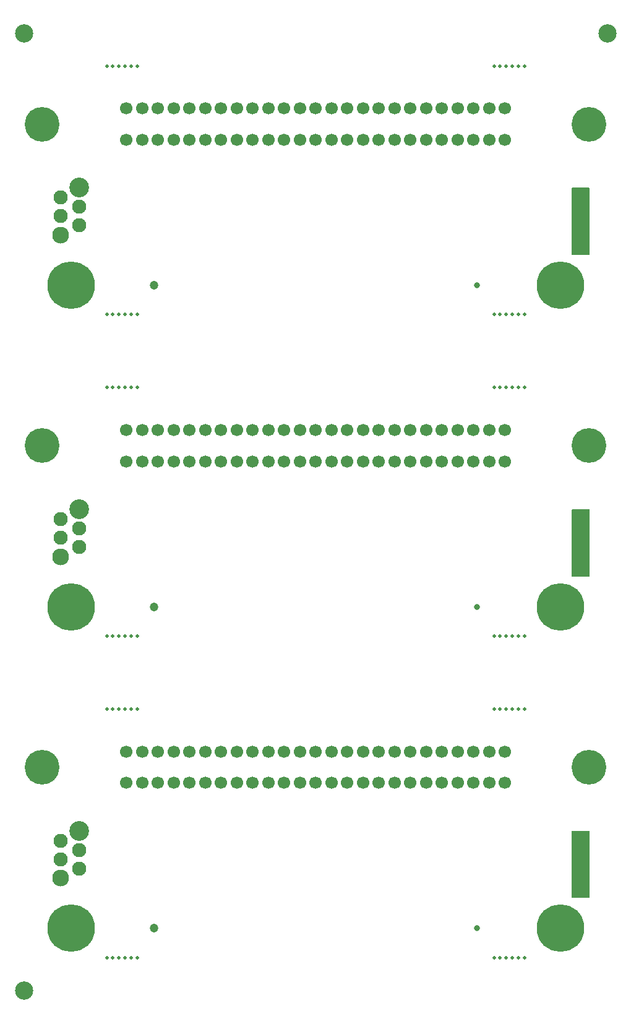
<source format=gbs>
G04 #@! TF.GenerationSoftware,KiCad,Pcbnew,8.0.6*
G04 #@! TF.CreationDate,2024-11-07T02:26:39-08:00*
G04 #@! TF.ProjectId,hvd-50-ce-panel,6876642d-3530-42d6-9365-2d70616e656c,1*
G04 #@! TF.SameCoordinates,Original*
G04 #@! TF.FileFunction,Soldermask,Bot*
G04 #@! TF.FilePolarity,Negative*
%FSLAX46Y46*%
G04 Gerber Fmt 4.6, Leading zero omitted, Abs format (unit mm)*
G04 Created by KiCad (PCBNEW 8.0.6) date 2024-11-07 02:26:39*
%MOMM*%
%LPD*%
G01*
G04 APERTURE LIST*
%ADD10C,1.700000*%
%ADD11C,4.750000*%
%ADD12C,0.500000*%
%ADD13C,2.300000*%
%ADD14C,2.700000*%
%ADD15C,1.950000*%
%ADD16C,6.500000*%
%ADD17C,0.800000*%
%ADD18C,1.200000*%
%ADD19C,2.500000*%
G04 APERTURE END LIST*
D10*
G04 #@! TO.C,J5*
X-68320000Y30902000D03*
X-66160000Y30902000D03*
X-64000000Y30902000D03*
X-61840000Y30902000D03*
X-59680000Y30902000D03*
X-57520000Y30902000D03*
X-55360000Y30902000D03*
X-53200000Y30902000D03*
X-51040000Y30902000D03*
X-48880000Y30902000D03*
X-46720000Y30902000D03*
X-44560000Y30902000D03*
X-42400000Y30902000D03*
X-40240000Y30902000D03*
X-38080000Y30902000D03*
X-35920000Y30902000D03*
X-33760000Y30902000D03*
X-31600000Y30902000D03*
X-29440000Y30902000D03*
X-27280000Y30902000D03*
X-25120000Y30902000D03*
X-22960000Y30902000D03*
X-20800000Y30902000D03*
X-18640000Y30902000D03*
X-16480000Y30902000D03*
X-68320000Y35192000D03*
X-66160000Y35192000D03*
X-64000000Y35192000D03*
X-61840000Y35192000D03*
X-59680000Y35192000D03*
X-57520000Y35192000D03*
X-55360000Y35192000D03*
X-53200000Y35192000D03*
X-51040000Y35192000D03*
X-48880000Y35192000D03*
X-46720000Y35192000D03*
X-44560000Y35192000D03*
X-42400000Y35192000D03*
X-40240000Y35192000D03*
X-38080000Y35192000D03*
X-35920000Y35192000D03*
X-33760000Y35192000D03*
X-31600000Y35192000D03*
X-29440000Y35192000D03*
X-27280000Y35192000D03*
X-25120000Y35192000D03*
X-22960000Y35192000D03*
X-20800000Y35192000D03*
X-18640000Y35192000D03*
X-16480000Y35192000D03*
D11*
X-4975000Y33047000D03*
X-79825000Y33047000D03*
G04 #@! TD*
D12*
G04 #@! TO.C,KiKit_MB_8_1*
X-66799000Y51002000D03*
G04 #@! TD*
G04 #@! TO.C,KiKit_MB_11_6*
X-13799001Y41002000D03*
G04 #@! TD*
D13*
G04 #@! TO.C,J3*
X-77340000Y17872000D03*
D14*
X-74800000Y24342000D03*
D15*
X-77340000Y23012000D03*
X-74800000Y21742000D03*
X-77340000Y20472000D03*
X-74800000Y19202000D03*
G04 #@! TD*
D12*
G04 #@! TO.C,KiKit_MB_8_4*
X-69320199Y51002000D03*
G04 #@! TD*
G04 #@! TO.C,KiKit_MB_11_1*
X-18001000Y41002000D03*
G04 #@! TD*
G04 #@! TO.C,KiKit_MB_6_3*
X-69320199Y85002000D03*
G04 #@! TD*
G04 #@! TO.C,KiKit_MB_1_4*
X-16320200Y95002000D03*
G04 #@! TD*
G04 #@! TO.C,KiKit_MB_10_1*
X-71000999Y41002000D03*
G04 #@! TD*
G04 #@! TO.C,KiKit_MB_5_4*
X-16320200Y51002000D03*
G04 #@! TD*
G04 #@! TO.C,KiKit_MB_6_1*
X-71000999Y85002000D03*
G04 #@! TD*
G04 #@! TO.C,KiKit_MB_1_1*
X-13799001Y95002000D03*
G04 #@! TD*
G04 #@! TO.C,KiKit_MB_2_4*
X-68479800Y129002000D03*
G04 #@! TD*
D16*
G04 #@! TO.C,H3*
X-75900000Y11002000D03*
G04 #@! TD*
D13*
G04 #@! TO.C,J3*
X-77340000Y105872000D03*
D14*
X-74800000Y112342000D03*
D15*
X-77340000Y111012000D03*
X-74800000Y109742000D03*
X-77340000Y108472000D03*
X-74800000Y107202000D03*
G04 #@! TD*
D12*
G04 #@! TO.C,KiKit_MB_10_5*
X-67639400Y41002000D03*
G04 #@! TD*
G04 #@! TO.C,KiKit_MB_11_2*
X-17160600Y41002000D03*
G04 #@! TD*
G04 #@! TO.C,KiKit_MB_7_2*
X-17160600Y85002000D03*
G04 #@! TD*
G04 #@! TO.C,KiKit_MB_4_3*
X-68479800Y95002000D03*
G04 #@! TD*
G04 #@! TO.C,KiKit_MB_6_4*
X-68479800Y85002000D03*
G04 #@! TD*
G04 #@! TO.C,KiKit_MB_12_6*
X-71000999Y7002000D03*
G04 #@! TD*
G04 #@! TO.C,KiKit_MB_11_5*
X-14639401Y41002000D03*
G04 #@! TD*
G04 #@! TO.C,KiKit_MB_3_6*
X-13799001Y129002000D03*
G04 #@! TD*
G04 #@! TO.C,KiKit_MB_12_4*
X-69320199Y7002000D03*
G04 #@! TD*
G04 #@! TO.C,KiKit_MB_12_3*
X-68479800Y7002000D03*
G04 #@! TD*
G04 #@! TO.C,KiKit_MB_3_1*
X-18001000Y129002000D03*
G04 #@! TD*
D10*
G04 #@! TO.C,J5*
X-68320000Y118902000D03*
X-66160000Y118902000D03*
X-64000000Y118902000D03*
X-61840000Y118902000D03*
X-59680000Y118902000D03*
X-57520000Y118902000D03*
X-55360000Y118902000D03*
X-53200000Y118902000D03*
X-51040000Y118902000D03*
X-48880000Y118902000D03*
X-46720000Y118902000D03*
X-44560000Y118902000D03*
X-42400000Y118902000D03*
X-40240000Y118902000D03*
X-38080000Y118902000D03*
X-35920000Y118902000D03*
X-33760000Y118902000D03*
X-31600000Y118902000D03*
X-29440000Y118902000D03*
X-27280000Y118902000D03*
X-25120000Y118902000D03*
X-22960000Y118902000D03*
X-20800000Y118902000D03*
X-18640000Y118902000D03*
X-16480000Y118902000D03*
X-68320000Y123192000D03*
X-66160000Y123192000D03*
X-64000000Y123192000D03*
X-61840000Y123192000D03*
X-59680000Y123192000D03*
X-57520000Y123192000D03*
X-55360000Y123192000D03*
X-53200000Y123192000D03*
X-51040000Y123192000D03*
X-48880000Y123192000D03*
X-46720000Y123192000D03*
X-44560000Y123192000D03*
X-42400000Y123192000D03*
X-40240000Y123192000D03*
X-38080000Y123192000D03*
X-35920000Y123192000D03*
X-33760000Y123192000D03*
X-31600000Y123192000D03*
X-29440000Y123192000D03*
X-27280000Y123192000D03*
X-25120000Y123192000D03*
X-22960000Y123192000D03*
X-20800000Y123192000D03*
X-18640000Y123192000D03*
X-16480000Y123192000D03*
D11*
X-4975000Y121047000D03*
X-79825000Y121047000D03*
G04 #@! TD*
D12*
G04 #@! TO.C,KiKit_MB_4_4*
X-69320199Y95002000D03*
G04 #@! TD*
G04 #@! TO.C,KiKit_MB_4_6*
X-71000999Y95002000D03*
G04 #@! TD*
D16*
G04 #@! TO.C,H3*
X-75900000Y55002000D03*
G04 #@! TD*
D12*
G04 #@! TO.C,KiKit_MB_9_6*
X-18001000Y7002000D03*
G04 #@! TD*
G04 #@! TO.C,KiKit_MB_5_1*
X-13799001Y51002000D03*
G04 #@! TD*
G04 #@! TO.C,KiKit_MB_9_2*
X-14639401Y7002000D03*
G04 #@! TD*
G04 #@! TO.C,KiKit_MB_3_5*
X-14639401Y129002000D03*
G04 #@! TD*
G04 #@! TO.C,KiKit_MB_4_1*
X-66799000Y95002000D03*
G04 #@! TD*
G04 #@! TO.C,KiKit_MB_2_2*
X-70160599Y129002000D03*
G04 #@! TD*
G04 #@! TO.C,KiKit_MB_2_6*
X-66799000Y129002000D03*
G04 #@! TD*
G04 #@! TO.C,KiKit_MB_2_5*
X-67639400Y129002000D03*
G04 #@! TD*
G04 #@! TO.C,KiKit_MB_12_5*
X-70160599Y7002000D03*
G04 #@! TD*
D16*
G04 #@! TO.C,H4*
X-8900000Y55002000D03*
G04 #@! TD*
D12*
G04 #@! TO.C,KiKit_MB_6_6*
X-66799000Y85002000D03*
G04 #@! TD*
D13*
G04 #@! TO.C,J3*
X-77340000Y61872000D03*
D14*
X-74800000Y68342000D03*
D15*
X-77340000Y67012000D03*
X-74800000Y65742000D03*
X-77340000Y64472000D03*
X-74800000Y63202000D03*
G04 #@! TD*
D12*
G04 #@! TO.C,KiKit_MB_11_4*
X-15479801Y41002000D03*
G04 #@! TD*
D16*
G04 #@! TO.C,H4*
X-8900000Y11002000D03*
G04 #@! TD*
D12*
G04 #@! TO.C,KiKit_MB_10_6*
X-66799000Y41002000D03*
G04 #@! TD*
D17*
G04 #@! TO.C,J1*
X-20300000Y55002000D03*
D18*
X-64500000Y55002000D03*
G04 #@! TD*
D12*
G04 #@! TO.C,KiKit_MB_3_4*
X-15479801Y129002000D03*
G04 #@! TD*
G04 #@! TO.C,KiKit_MB_9_4*
X-16320200Y7002000D03*
G04 #@! TD*
G04 #@! TO.C,KiKit_MB_8_5*
X-70160599Y51002000D03*
G04 #@! TD*
D17*
G04 #@! TO.C,J1*
X-20300000Y99002000D03*
D18*
X-64500000Y99002000D03*
G04 #@! TD*
D12*
G04 #@! TO.C,KiKit_MB_1_6*
X-18001000Y95002000D03*
G04 #@! TD*
G04 #@! TO.C,KiKit_MB_4_5*
X-70160599Y95002000D03*
G04 #@! TD*
G04 #@! TO.C,KiKit_MB_7_3*
X-16320200Y85002000D03*
G04 #@! TD*
G04 #@! TO.C,KiKit_MB_1_3*
X-15479801Y95002000D03*
G04 #@! TD*
G04 #@! TO.C,KiKit_MB_7_6*
X-13799001Y85002000D03*
G04 #@! TD*
G04 #@! TO.C,KiKit_MB_8_6*
X-71000999Y51002000D03*
G04 #@! TD*
G04 #@! TO.C,KiKit_MB_7_4*
X-15479801Y85002000D03*
G04 #@! TD*
G04 #@! TO.C,KiKit_MB_5_2*
X-14639401Y51002000D03*
G04 #@! TD*
G04 #@! TO.C,KiKit_MB_9_5*
X-17160600Y7002000D03*
G04 #@! TD*
G04 #@! TO.C,KiKit_MB_6_5*
X-67639400Y85002000D03*
G04 #@! TD*
D17*
G04 #@! TO.C,J1*
X-20300000Y11002000D03*
D18*
X-64500000Y11002000D03*
G04 #@! TD*
D12*
G04 #@! TO.C,KiKit_MB_2_3*
X-69320199Y129002000D03*
G04 #@! TD*
G04 #@! TO.C,KiKit_MB_10_3*
X-69320199Y41002000D03*
G04 #@! TD*
G04 #@! TO.C,KiKit_MB_5_5*
X-17160600Y51002000D03*
G04 #@! TD*
G04 #@! TO.C,KiKit_MB_7_5*
X-14639401Y85002000D03*
G04 #@! TD*
G04 #@! TO.C,KiKit_MB_12_1*
X-66799000Y7002000D03*
G04 #@! TD*
G04 #@! TO.C,KiKit_MB_1_5*
X-17160600Y95002000D03*
G04 #@! TD*
G04 #@! TO.C,KiKit_MB_9_1*
X-13799001Y7002000D03*
G04 #@! TD*
D16*
G04 #@! TO.C,H3*
X-75900000Y99002000D03*
G04 #@! TD*
D12*
G04 #@! TO.C,KiKit_MB_3_2*
X-17160600Y129002000D03*
G04 #@! TD*
G04 #@! TO.C,KiKit_MB_10_2*
X-70160599Y41002000D03*
G04 #@! TD*
G04 #@! TO.C,KiKit_MB_8_2*
X-67639400Y51002000D03*
G04 #@! TD*
G04 #@! TO.C,KiKit_MB_8_3*
X-68479800Y51002000D03*
G04 #@! TD*
G04 #@! TO.C,KiKit_MB_7_1*
X-18001000Y85002000D03*
G04 #@! TD*
D10*
G04 #@! TO.C,J5*
X-68320000Y74902000D03*
X-66160000Y74902000D03*
X-64000000Y74902000D03*
X-61840000Y74902000D03*
X-59680000Y74902000D03*
X-57520000Y74902000D03*
X-55360000Y74902000D03*
X-53200000Y74902000D03*
X-51040000Y74902000D03*
X-48880000Y74902000D03*
X-46720000Y74902000D03*
X-44560000Y74902000D03*
X-42400000Y74902000D03*
X-40240000Y74902000D03*
X-38080000Y74902000D03*
X-35920000Y74902000D03*
X-33760000Y74902000D03*
X-31600000Y74902000D03*
X-29440000Y74902000D03*
X-27280000Y74902000D03*
X-25120000Y74902000D03*
X-22960000Y74902000D03*
X-20800000Y74902000D03*
X-18640000Y74902000D03*
X-16480000Y74902000D03*
X-68320000Y79192000D03*
X-66160000Y79192000D03*
X-64000000Y79192000D03*
X-61840000Y79192000D03*
X-59680000Y79192000D03*
X-57520000Y79192000D03*
X-55360000Y79192000D03*
X-53200000Y79192000D03*
X-51040000Y79192000D03*
X-48880000Y79192000D03*
X-46720000Y79192000D03*
X-44560000Y79192000D03*
X-42400000Y79192000D03*
X-40240000Y79192000D03*
X-38080000Y79192000D03*
X-35920000Y79192000D03*
X-33760000Y79192000D03*
X-31600000Y79192000D03*
X-29440000Y79192000D03*
X-27280000Y79192000D03*
X-25120000Y79192000D03*
X-22960000Y79192000D03*
X-20800000Y79192000D03*
X-18640000Y79192000D03*
X-16480000Y79192000D03*
D11*
X-4975000Y77047000D03*
X-79825000Y77047000D03*
G04 #@! TD*
D12*
G04 #@! TO.C,KiKit_MB_10_4*
X-68479800Y41002000D03*
G04 #@! TD*
G04 #@! TO.C,KiKit_MB_11_3*
X-16320200Y41002000D03*
G04 #@! TD*
G04 #@! TO.C,KiKit_MB_6_2*
X-70160599Y85002000D03*
G04 #@! TD*
G04 #@! TO.C,KiKit_MB_12_2*
X-67639400Y7002000D03*
G04 #@! TD*
G04 #@! TO.C,KiKit_MB_5_3*
X-15479801Y51002000D03*
G04 #@! TD*
G04 #@! TO.C,KiKit_MB_2_1*
X-71000999Y129002000D03*
G04 #@! TD*
G04 #@! TO.C,KiKit_MB_4_2*
X-67639400Y95002000D03*
G04 #@! TD*
G04 #@! TO.C,KiKit_MB_3_3*
X-16320200Y129002000D03*
G04 #@! TD*
G04 #@! TO.C,KiKit_MB_5_6*
X-18001000Y51002000D03*
G04 #@! TD*
D16*
G04 #@! TO.C,H4*
X-8900000Y99002000D03*
G04 #@! TD*
D12*
G04 #@! TO.C,KiKit_MB_9_3*
X-15479801Y7002000D03*
G04 #@! TD*
G04 #@! TO.C,KiKit_MB_1_2*
X-14639401Y95002000D03*
G04 #@! TD*
D19*
G04 #@! TO.C,KiKit_FID_B_2*
X-2500000Y133503500D03*
G04 #@! TD*
G04 #@! TO.C,KiKit_FID_B_1*
X-82300000Y133503500D03*
G04 #@! TD*
G04 #@! TO.C,KiKit_FID_B_3*
X-82300000Y2500000D03*
G04 #@! TD*
G36*
X-4956961Y68332315D02*
G01*
X-4911206Y68279511D01*
X-4900000Y68228000D01*
X-4900000Y59276000D01*
X-4919685Y59208961D01*
X-4972489Y59163206D01*
X-5024000Y59152000D01*
X-7276000Y59152000D01*
X-7343039Y59171685D01*
X-7388794Y59224489D01*
X-7400000Y59276000D01*
X-7400000Y68228000D01*
X-7380315Y68295039D01*
X-7327511Y68340794D01*
X-7276000Y68352000D01*
X-5024000Y68352000D01*
X-4956961Y68332315D01*
G37*
G36*
X-4956961Y112332315D02*
G01*
X-4911206Y112279511D01*
X-4900000Y112228000D01*
X-4900000Y103276000D01*
X-4919685Y103208961D01*
X-4972489Y103163206D01*
X-5024000Y103152000D01*
X-7276000Y103152000D01*
X-7343039Y103171685D01*
X-7388794Y103224489D01*
X-7400000Y103276000D01*
X-7400000Y112228000D01*
X-7380315Y112295039D01*
X-7327511Y112340794D01*
X-7276000Y112352000D01*
X-5024000Y112352000D01*
X-4956961Y112332315D01*
G37*
G36*
X-4956961Y24332315D02*
G01*
X-4911206Y24279511D01*
X-4900000Y24228000D01*
X-4900000Y15276000D01*
X-4919685Y15208961D01*
X-4972489Y15163206D01*
X-5024000Y15152000D01*
X-7276000Y15152000D01*
X-7343039Y15171685D01*
X-7388794Y15224489D01*
X-7400000Y15276000D01*
X-7400000Y24228000D01*
X-7380315Y24295039D01*
X-7327511Y24340794D01*
X-7276000Y24352000D01*
X-5024000Y24352000D01*
X-4956961Y24332315D01*
G37*
M02*

</source>
